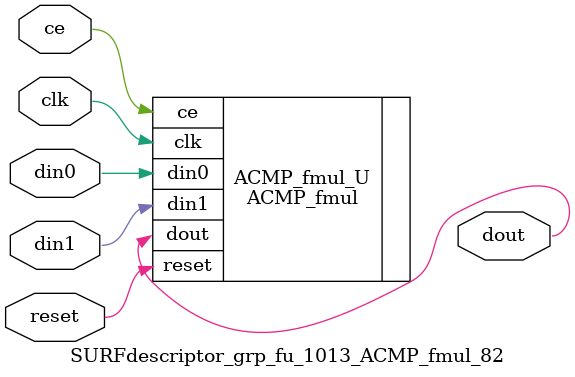
<source format=v>

`timescale 1 ns / 1 ps
module SURFdescriptor_grp_fu_1013_ACMP_fmul_82(
    clk,
    reset,
    ce,
    din0,
    din1,
    dout);

parameter ID = 32'd1;
parameter NUM_STAGE = 32'd1;
parameter din0_WIDTH = 32'd1;
parameter din1_WIDTH = 32'd1;
parameter dout_WIDTH = 32'd1;
input clk;
input reset;
input ce;
input[din0_WIDTH - 1:0] din0;
input[din1_WIDTH - 1:0] din1;
output[dout_WIDTH - 1:0] dout;



ACMP_fmul #(
.ID( ID ),
.NUM_STAGE( 4 ),
.din0_WIDTH( din0_WIDTH ),
.din1_WIDTH( din1_WIDTH ),
.dout_WIDTH( dout_WIDTH ))
ACMP_fmul_U(
    .clk( clk ),
    .reset( reset ),
    .ce( ce ),
    .din0( din0 ),
    .din1( din1 ),
    .dout( dout ));

endmodule

</source>
